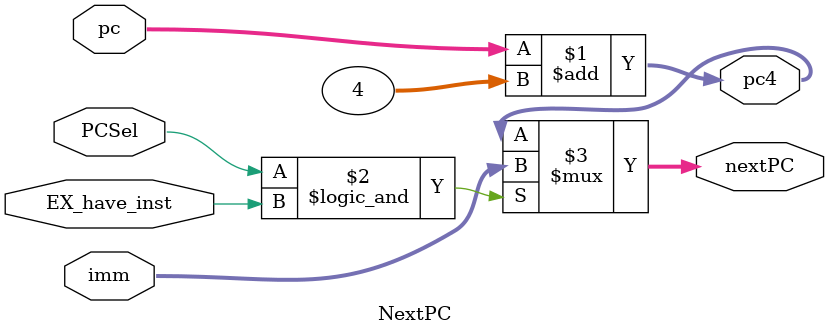
<source format=v>


module NextPC(
    input EX_have_inst,
    input PCSel,
    input [31:0] imm,
    input [31:0] pc,
    
    output  [31:0] pc4,
    output  [31:0] nextPC
    );
assign pc4=pc+4;
assign nextPC=PCSel&&EX_have_inst?imm:pc4;

endmodule

</source>
